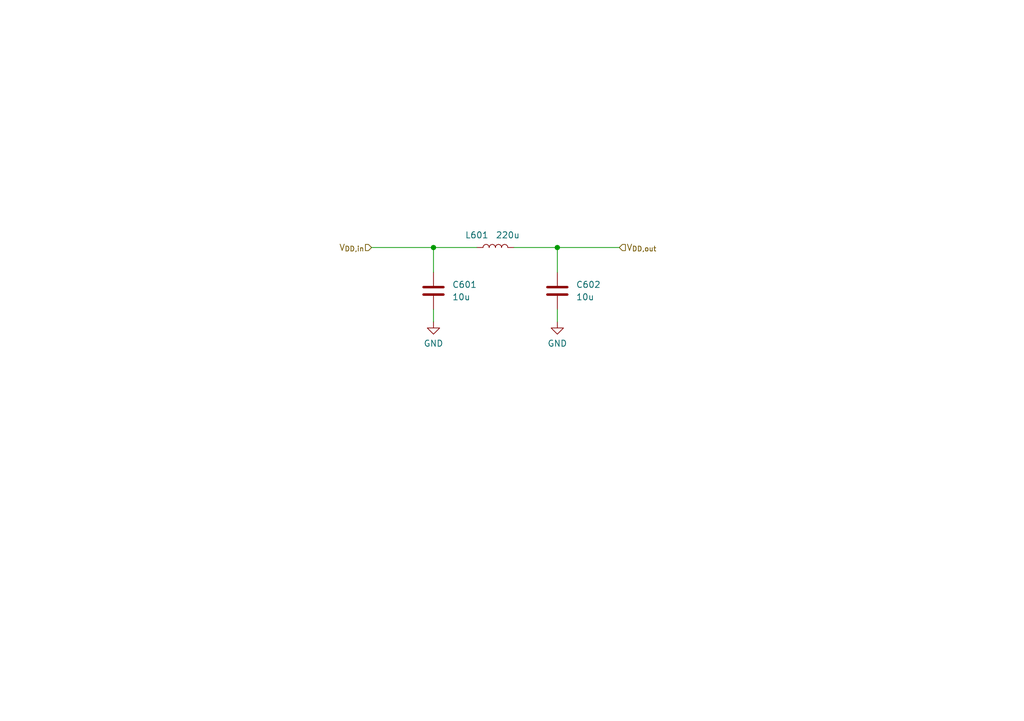
<source format=kicad_sch>
(kicad_sch (version 20230121) (generator eeschema)
  (paper "A5")
  (lib_symbols
    (symbol "Device:C" (pin_numbers hide) (pin_names (offset 0.254))
      (property "Reference" "C" (at 0.635 2.54 0))
      (property "Value" "C" (at 0.635 -2.54 0))
      (symbol "C_0_1"
        (polyline (pts (xy -2.032 -0.762) (xy 2.032 -0.762)) (stroke (width 0.508)))
        (polyline (pts (xy -2.032 0.762) (xy 2.032 0.762)) (stroke (width 0.508)))
      )
      (symbol "C_1_1"
        (pin passive line (at 0 3.81 270) (length 2.794) (name "~") (number "1"))
        (pin passive line (at 0 -3.81 90) (length 2.794) (name "~") (number "2"))
      )
    )
    (symbol "Device:L" (pin_numbers hide) (pin_names (offset 1.016) hide)
      (property "Reference" "L" (at -1.27 0 90))
      (property "Value" "L" (at 1.905 0 90))
      (symbol "L_0_1"
        (arc (start 0 -2.54) (mid 0.6323 -1.905) (end 0 -1.27))
        (arc (start 0 -1.27) (mid 0.6323 -0.635) (end 0 0))
        (arc (start 0 0) (mid 0.6323 0.635) (end 0 1.27))
        (arc (start 0 1.27) (mid 0.6323 1.905) (end 0 2.54))
      )
      (symbol "L_1_1"
        (pin passive line (at 0 3.81 270) (length 1.27) (name "1") (number "1"))
        (pin passive line (at 0 -3.81 90) (length 1.27) (name "2") (number "2"))
      )
    )
    (symbol "power:GND" (power) (pin_names (offset 0))
      (property "Value" "GND" (at 0 -3.81 0))
      (symbol "GND_0_1"
        (polyline (pts (xy 0 0) (xy 0 -1.27) (xy 1.27 -1.27) (xy 0 -2.54) (xy -1.27 -1.27) (xy 0 -1.27)))
      )
      (symbol "GND_1_1"
        (pin power_in line (at 0 0 270) (length 0) hide (name "GND") (number "1"))
      )
    )
  )
  (junction (at 88.9 50.8))
  (junction (at 114.3 50.8))
  (wire (pts (xy 105.41 50.8) (xy 114.3 50.8)))
  (wire (pts (xy 76.2 50.8) (xy 88.9 50.8)))
  (wire (pts (xy 114.3 50.8) (xy 114.3 55.88)))
  (wire (pts (xy 88.9 66.04) (xy 88.9 63.5)))
  (wire (pts (xy 88.9 50.8) (xy 97.79 50.8)))
  (wire (pts (xy 114.3 63.5) (xy 114.3 66.04)))
  (wire (pts (xy 88.9 55.88) (xy 88.9 50.8)))
  (wire (pts (xy 114.3 50.8) (xy 127 50.8)))
  (hierarchical_label "V_{DD,out}" (shape input) (at 127 50.8 0))
  (hierarchical_label "V_{DD,in}" (shape input) (at 76.2 50.8 180))
  (symbol (lib_id "Device:C") (at 114.3 59.69 0) (unit 1)
    (property "Reference" "C602" (at 118.11 58.42 0) (effects (justify left)))
    (property "Value" "10u" (at 118.11 60.96 0) (effects (justify left)))
  )
  (symbol (lib_id "Device:L") (at 101.6 50.8 90) (unit 1)
    (property "Reference" "L601" (at 97.79 48.26 90))
    (property "Value" "220u" (at 104.14 48.26 90))
  )
  (symbol (lib_id "Device:C") (at 88.9 59.69 0) (unit 1)
    (property "Reference" "C601" (at 92.71 58.42 0) (effects (justify left)))
    (property "Value" "10u" (at 92.71 60.96 0) (effects (justify left)))
  )
  (symbol (lib_id "power:GND") (at 114.3 66.04 0) (unit 1)
    (property "Reference" "#PWR05" (effects hide))
    (property "Value" "GND" (at 114.3 70.485 0))
    (instances (project "sensor" (path "" (reference "#PWR05") (unit 1)) (path "" (reference "#PWR0602") (unit 1))))
  )
  (symbol (lib_id "power:GND") (at 88.9 66.04 0) (unit 1)
    (property "Reference" "#PWR05" (effects hide))
    (property "Value" "GND" (at 88.9 70.485 0))
    (instances (project "sensor" (path "" (reference "#PWR05") (unit 1)) (path "" (reference "#PWR0601") (unit 1))))
  )
)
</source>
